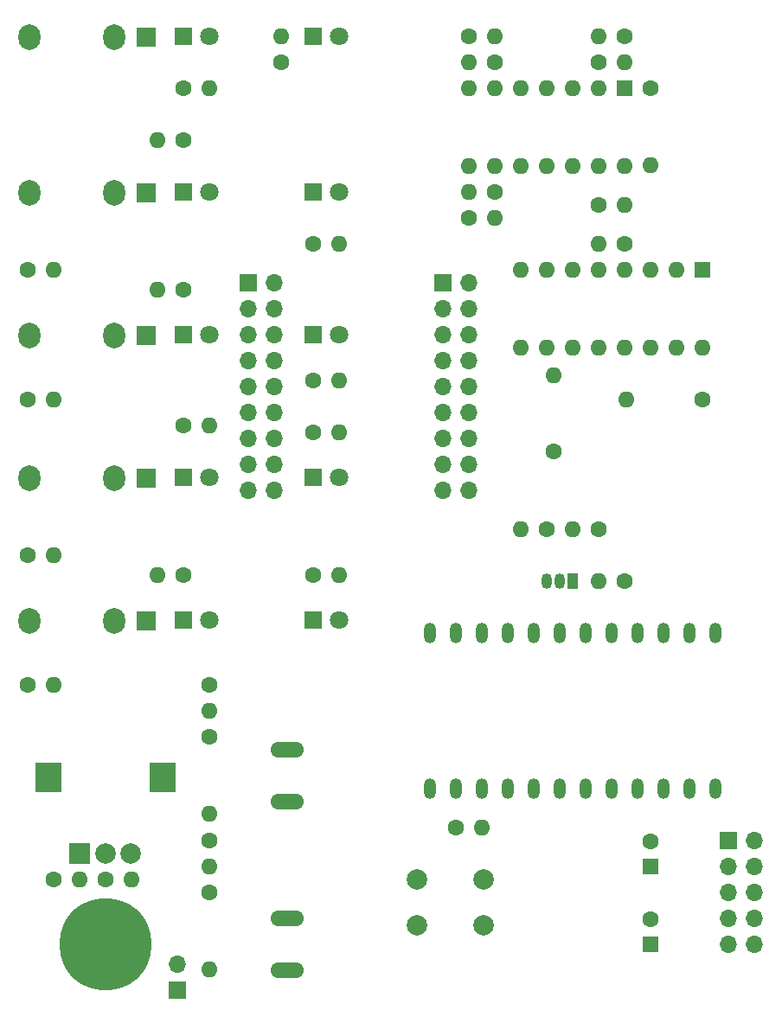
<source format=gbs>
G04 #@! TF.GenerationSoftware,KiCad,Pcbnew,(5.1.8-0-10_14)*
G04 #@! TF.CreationDate,2022-03-26T19:02:53+09:00*
G04 #@! TF.ProjectId,ButtonSequencer,42757474-6f6e-4536-9571-75656e636572,rev?*
G04 #@! TF.SameCoordinates,Original*
G04 #@! TF.FileFunction,Soldermask,Bot*
G04 #@! TF.FilePolarity,Negative*
%FSLAX46Y46*%
G04 Gerber Fmt 4.6, Leading zero omitted, Abs format (unit mm)*
G04 Created by KiCad (PCBNEW (5.1.8-0-10_14)) date 2022-03-26 19:02:53*
%MOMM*%
%LPD*%
G01*
G04 APERTURE LIST*
%ADD10C,9.000000*%
%ADD11O,1.600000X1.600000*%
%ADD12C,1.600000*%
%ADD13R,1.800000X1.800000*%
%ADD14C,1.800000*%
%ADD15O,2.130000X2.500000*%
%ADD16R,1.830000X1.930000*%
%ADD17R,1.700000X1.700000*%
%ADD18O,1.700000X1.700000*%
%ADD19R,2.500000X3.000000*%
%ADD20C,2.000000*%
%ADD21R,2.000000X2.000000*%
%ADD22O,3.300000X1.524000*%
%ADD23R,1.600000X1.600000*%
%ADD24O,1.050000X1.500000*%
%ADD25R,1.050000X1.500000*%
%ADD26O,1.200000X2.000000*%
G04 APERTURE END LIST*
D10*
X99060000Y-142240000D03*
D11*
X109220000Y-144660000D03*
D12*
X109220000Y-137160000D03*
X109220000Y-121920000D03*
D11*
X109220000Y-129420000D03*
D13*
X106680000Y-53340000D03*
D14*
X109220000Y-53340000D03*
D13*
X119380000Y-53340000D03*
D14*
X121920000Y-53340000D03*
D13*
X119380000Y-110490000D03*
D14*
X121920000Y-110490000D03*
X121920000Y-96520000D03*
D13*
X119380000Y-96520000D03*
X119380000Y-82550000D03*
D14*
X121920000Y-82550000D03*
X121920000Y-68580000D03*
D13*
X119380000Y-68580000D03*
D14*
X109220000Y-68580000D03*
D13*
X106680000Y-68580000D03*
D14*
X109220000Y-82550000D03*
D13*
X106680000Y-82550000D03*
D14*
X109220000Y-96520000D03*
D13*
X106680000Y-96520000D03*
X106680000Y-110490000D03*
D14*
X109220000Y-110490000D03*
D15*
X99900000Y-53370000D03*
X91600000Y-53370000D03*
D16*
X103000000Y-53370000D03*
D15*
X99900000Y-68610000D03*
X91600000Y-68610000D03*
D16*
X103000000Y-68610000D03*
X103000000Y-82580000D03*
D15*
X91600000Y-82580000D03*
X99900000Y-82580000D03*
X99900000Y-96550000D03*
X91600000Y-96550000D03*
D16*
X103000000Y-96550000D03*
X103000000Y-110520000D03*
D15*
X91600000Y-110520000D03*
X99900000Y-110520000D03*
D17*
X113030000Y-77470000D03*
D18*
X115570000Y-77470000D03*
X113030000Y-80010000D03*
X115570000Y-80010000D03*
X113030000Y-82550000D03*
X115570000Y-82550000D03*
X113030000Y-85090000D03*
X115570000Y-85090000D03*
X113030000Y-87630000D03*
X115570000Y-87630000D03*
X113030000Y-90170000D03*
X115570000Y-90170000D03*
X113030000Y-92710000D03*
X115570000Y-92710000D03*
X113030000Y-95250000D03*
X115570000Y-95250000D03*
X113030000Y-97790000D03*
X115570000Y-97790000D03*
D12*
X99060000Y-135890000D03*
D11*
X101600000Y-135890000D03*
X96520000Y-135890000D03*
D12*
X93980000Y-135890000D03*
X106680000Y-58420000D03*
D11*
X109220000Y-58420000D03*
X109220000Y-134620000D03*
D12*
X109220000Y-132080000D03*
D11*
X109220000Y-119380000D03*
D12*
X109220000Y-116840000D03*
X116205000Y-55880000D03*
D11*
X116205000Y-53340000D03*
D12*
X119380000Y-106045000D03*
D11*
X121920000Y-106045000D03*
X121920000Y-92075000D03*
D12*
X119380000Y-92075000D03*
X119380000Y-86995000D03*
D11*
X121920000Y-86995000D03*
X121920000Y-73660000D03*
D12*
X119380000Y-73660000D03*
X106680000Y-63500000D03*
D11*
X104140000Y-63500000D03*
D12*
X106680000Y-78105000D03*
D11*
X104140000Y-78105000D03*
X109220000Y-91440000D03*
D12*
X106680000Y-91440000D03*
X106680000Y-106045000D03*
D11*
X104140000Y-106045000D03*
X93980000Y-76200000D03*
D12*
X91440000Y-76200000D03*
D11*
X93980000Y-88900000D03*
D12*
X91440000Y-88900000D03*
D11*
X93980000Y-104140000D03*
D12*
X91440000Y-104140000D03*
X91440000Y-116840000D03*
D11*
X93980000Y-116840000D03*
D19*
X104620000Y-125850000D03*
X93420000Y-125850000D03*
D20*
X101520000Y-133350000D03*
X99020000Y-133350000D03*
D21*
X96520000Y-133350000D03*
D22*
X116840000Y-144780000D03*
X116840000Y-139700000D03*
X116840000Y-128270000D03*
X116840000Y-123190000D03*
D18*
X106045000Y-144145000D03*
D17*
X106045000Y-146685000D03*
D23*
X152400000Y-142240000D03*
D12*
X152400000Y-139740000D03*
X152400000Y-132120000D03*
D23*
X152400000Y-134620000D03*
D12*
X152400000Y-58420000D03*
D11*
X152400000Y-65920000D03*
X142875000Y-86480000D03*
D12*
X142875000Y-93980000D03*
X157480000Y-88900000D03*
D11*
X149980000Y-88900000D03*
D17*
X160020000Y-132080000D03*
D18*
X162560000Y-132080000D03*
X160020000Y-134620000D03*
X162560000Y-134620000D03*
X160020000Y-137160000D03*
X162560000Y-137160000D03*
X160020000Y-139700000D03*
X162560000Y-139700000D03*
X160020000Y-142240000D03*
X162560000Y-142240000D03*
D17*
X132080000Y-77470000D03*
D18*
X134620000Y-77470000D03*
X132080000Y-80010000D03*
X134620000Y-80010000D03*
X132080000Y-82550000D03*
X134620000Y-82550000D03*
X132080000Y-85090000D03*
X134620000Y-85090000D03*
X132080000Y-87630000D03*
X134620000Y-87630000D03*
X132080000Y-90170000D03*
X134620000Y-90170000D03*
X132080000Y-92710000D03*
X134620000Y-92710000D03*
X132080000Y-95250000D03*
X134620000Y-95250000D03*
X132080000Y-97790000D03*
X134620000Y-97790000D03*
D24*
X143510000Y-106680000D03*
X142240000Y-106680000D03*
D25*
X144780000Y-106680000D03*
D12*
X142240000Y-101600000D03*
D11*
X139700000Y-101600000D03*
X144780000Y-101600000D03*
D12*
X147320000Y-101600000D03*
X149860000Y-106680000D03*
D11*
X147320000Y-106680000D03*
X135890000Y-130810000D03*
D12*
X133350000Y-130810000D03*
X134620000Y-53340000D03*
D11*
X137160000Y-53340000D03*
D12*
X134620000Y-71120000D03*
D11*
X137160000Y-71120000D03*
D12*
X149860000Y-73660000D03*
D11*
X147320000Y-73660000D03*
D12*
X149860000Y-53340000D03*
D11*
X147320000Y-53340000D03*
X134620000Y-55880000D03*
D12*
X137160000Y-55880000D03*
D11*
X134620000Y-68580000D03*
D12*
X137160000Y-68580000D03*
D11*
X149860000Y-69850000D03*
D12*
X147320000Y-69850000D03*
D11*
X149860000Y-55880000D03*
D12*
X147320000Y-55880000D03*
D20*
X129540000Y-140390000D03*
X129540000Y-135890000D03*
X136040000Y-140390000D03*
X136040000Y-135890000D03*
D23*
X149860000Y-58420000D03*
D11*
X134620000Y-66040000D03*
X147320000Y-58420000D03*
X137160000Y-66040000D03*
X144780000Y-58420000D03*
X139700000Y-66040000D03*
X142240000Y-58420000D03*
X142240000Y-66040000D03*
X139700000Y-58420000D03*
X144780000Y-66040000D03*
X137160000Y-58420000D03*
X147320000Y-66040000D03*
X134620000Y-58420000D03*
X149860000Y-66040000D03*
D26*
X158750000Y-127000000D03*
X158750000Y-111760000D03*
X156210000Y-127000000D03*
X156210000Y-111760000D03*
X153670000Y-127000000D03*
X153670000Y-111760000D03*
X151130000Y-127000000D03*
X151130000Y-111760000D03*
X148590000Y-127000000D03*
X148590000Y-111760000D03*
X146050000Y-127000000D03*
X146050000Y-111760000D03*
X143510000Y-127000000D03*
X143510000Y-111760000D03*
X140970000Y-127000000D03*
X140970000Y-111760000D03*
X138430000Y-127000000D03*
X138430000Y-111760000D03*
X135890000Y-127000000D03*
X135890000Y-111760000D03*
X133350000Y-127000000D03*
X133350000Y-111760000D03*
X130810000Y-127000000D03*
X130810000Y-111760000D03*
D23*
X157480000Y-76200000D03*
D11*
X139700000Y-83820000D03*
X154940000Y-76200000D03*
X142240000Y-83820000D03*
X152400000Y-76200000D03*
X144780000Y-83820000D03*
X149860000Y-76200000D03*
X147320000Y-83820000D03*
X147320000Y-76200000D03*
X149860000Y-83820000D03*
X144780000Y-76200000D03*
X152400000Y-83820000D03*
X142240000Y-76200000D03*
X154940000Y-83820000D03*
X139700000Y-76200000D03*
X157480000Y-83820000D03*
M02*

</source>
